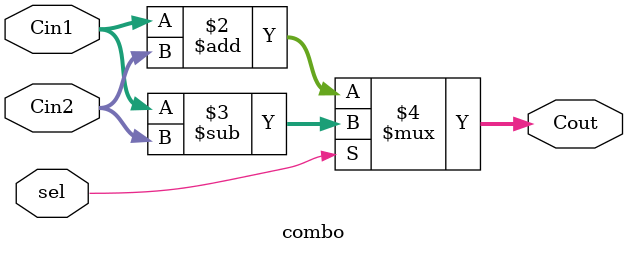
<source format=v>
`timescale 1ps/1ps

module combo (
	input [4:0] Cin1,
	input sel,
	input [4:0] Cin2,
	output [4:0] Cout
);

reg [4:0] cout_d;
/*
always @(posedge clk or negedge n_rst) 
	if (!n_rst) begin
		cout_d <= 5'b0000;
	end
	else begin
		if(sel == 1'b0) begin
			cout_d <= Cin1 + Cin2;
		end
		else begin
			cout_d <= Cin1 - Cin2;
		end
	end
*/
//assign Cout = cout_d;
assign Cout = (sel == 1'b0) ? Cin1 + Cin2 : Cin1 - Cin2;
endmodule

</source>
